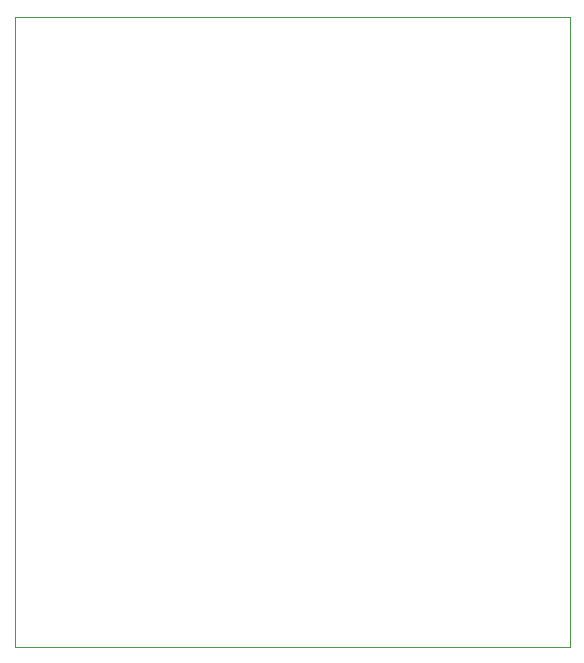
<source format=gbr>
%TF.GenerationSoftware,KiCad,Pcbnew,(6.0.2)*%
%TF.CreationDate,2022-02-25T22:38:09-05:00*%
%TF.ProjectId,SlimeVRMobo,536c696d-6556-4524-9d6f-626f2e6b6963,rev?*%
%TF.SameCoordinates,Original*%
%TF.FileFunction,Profile,NP*%
%FSLAX46Y46*%
G04 Gerber Fmt 4.6, Leading zero omitted, Abs format (unit mm)*
G04 Created by KiCad (PCBNEW (6.0.2)) date 2022-02-25 22:38:09*
%MOMM*%
%LPD*%
G01*
G04 APERTURE LIST*
%TA.AperFunction,Profile*%
%ADD10C,0.100000*%
%TD*%
G04 APERTURE END LIST*
D10*
X127000000Y-129540000D02*
X127000000Y-76200000D01*
X173990000Y-76200000D02*
X173990000Y-129540000D01*
X127000000Y-76200000D02*
X173990000Y-76200000D01*
X173990000Y-129540000D02*
X127000000Y-129540000D01*
M02*

</source>
